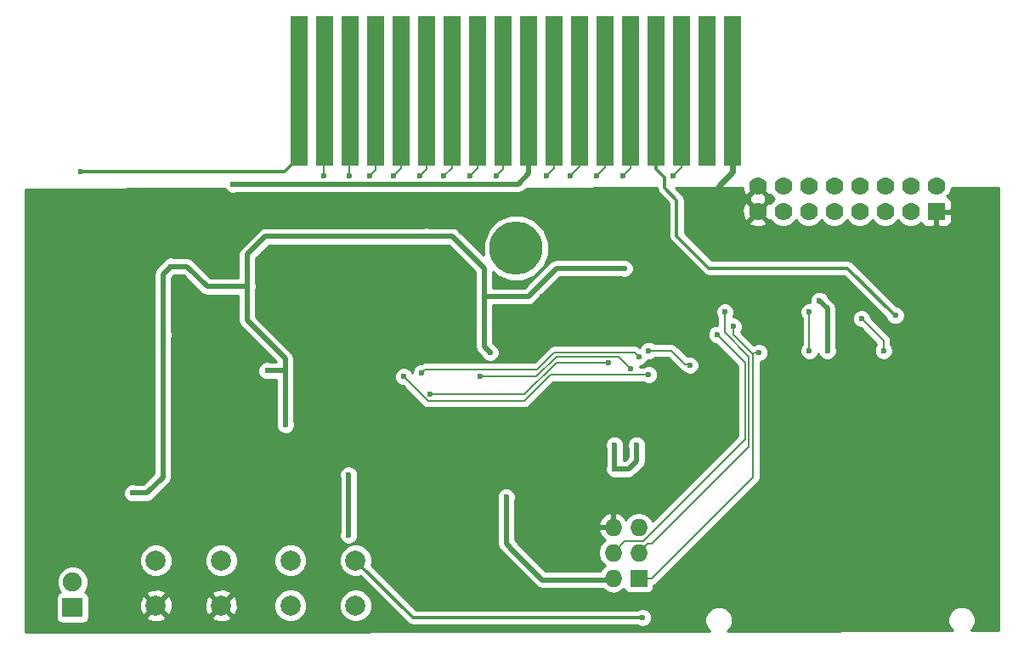
<source format=gbl>
G04 #@! TF.FileFunction,Copper,L2,Bot,Signal*
%FSLAX46Y46*%
G04 Gerber Fmt 4.6, Leading zero omitted, Abs format (unit mm)*
G04 Created by KiCad (PCBNEW 4.0.4+dfsg1-stable) date Thu May 11 11:58:33 2017*
%MOMM*%
%LPD*%
G01*
G04 APERTURE LIST*
%ADD10C,0.100000*%
%ADD11R,1.727200X1.727200*%
%ADD12O,1.727200X1.727200*%
%ADD13C,5.300000*%
%ADD14R,1.778000X15.000000*%
%ADD15C,2.000000*%
%ADD16R,2.000000X1.900000*%
%ADD17C,1.900000*%
%ADD18C,1.778000*%
%ADD19R,1.778000X1.778000*%
%ADD20C,0.600000*%
%ADD21C,0.600000*%
%ADD22C,0.500000*%
%ADD23C,0.200000*%
%ADD24C,0.300000*%
%ADD25C,0.254000*%
G04 APERTURE END LIST*
D10*
D11*
X155783000Y-88738000D03*
D12*
X153243000Y-88738000D03*
X155783000Y-86198000D03*
X153243000Y-86198000D03*
X155783000Y-83658000D03*
X153243000Y-83658000D03*
D13*
X143583000Y-55858000D03*
D14*
X165143000Y-40158000D03*
X162603000Y-40158000D03*
X160063000Y-40158000D03*
X157523000Y-40158000D03*
X154983000Y-40158000D03*
X152443000Y-40158000D03*
X149903000Y-40158000D03*
X147363000Y-40158000D03*
X144823000Y-40158000D03*
X142283000Y-40158000D03*
X139743000Y-40158000D03*
X137203000Y-40158000D03*
X134663000Y-40158000D03*
X132123000Y-40158000D03*
X129583000Y-40158000D03*
X127043000Y-40158000D03*
X124503000Y-40158000D03*
X121963000Y-40158000D03*
D15*
X121083000Y-91458000D03*
X121083000Y-86958000D03*
X127583000Y-91458000D03*
X127583000Y-86958000D03*
D16*
X99383000Y-91658000D03*
D17*
X99383000Y-89118000D03*
D18*
X167643000Y-52198000D03*
X170183000Y-52198000D03*
X172723000Y-52198000D03*
X175263000Y-52198000D03*
X177803000Y-52198000D03*
X180343000Y-52198000D03*
X182883000Y-52198000D03*
D19*
X185423000Y-52198000D03*
D18*
X185423000Y-49658000D03*
X182883000Y-49658000D03*
X180343000Y-49658000D03*
X177803000Y-49658000D03*
X175263000Y-49658000D03*
X172723000Y-49658000D03*
X170183000Y-49658000D03*
X167643000Y-49658000D03*
D15*
X114183000Y-86958000D03*
X114183000Y-91458000D03*
X107683000Y-86958000D03*
X107683000Y-91458000D03*
D20*
X170383000Y-66258000D03*
X176783000Y-66258000D03*
X121983000Y-51458000D03*
X103583000Y-62858000D03*
X101383000Y-80258000D03*
X146183000Y-60658000D03*
X139233000Y-54308000D03*
X150583000Y-73858000D03*
X158583000Y-73858000D03*
X134783000Y-66858000D03*
X145783000Y-66258000D03*
X153583000Y-72458000D03*
X155183000Y-72458000D03*
X158383000Y-56058000D03*
X135983000Y-72058000D03*
X136583000Y-76058000D03*
X135383000Y-76058000D03*
X134183000Y-76058000D03*
X132983000Y-76058000D03*
X134983000Y-72058000D03*
X133983000Y-72058000D03*
X132983000Y-72058000D03*
X131983000Y-72058000D03*
X125583000Y-56258000D03*
X127183000Y-61858000D03*
X127383000Y-60658000D03*
X124583000Y-62658000D03*
X124583000Y-61258000D03*
X134983000Y-60458000D03*
X135783000Y-61258000D03*
X118983000Y-73458000D03*
X129583000Y-72058000D03*
X124583000Y-68658000D03*
X106983000Y-83058000D03*
X106183000Y-76458000D03*
X105183000Y-64658000D03*
X128383000Y-78458000D03*
X118383000Y-56458000D03*
X154383000Y-60258000D03*
X143983000Y-83858000D03*
X115783000Y-66858000D03*
X106183000Y-56058000D03*
X112183000Y-54058000D03*
X112183000Y-51258000D03*
X115383000Y-49458000D03*
X108383000Y-64458000D03*
X105383000Y-80258000D03*
X173783000Y-61058000D03*
X174583000Y-66058000D03*
X126883000Y-84458000D03*
X126883000Y-78458000D03*
X109158736Y-57658000D03*
X118783000Y-68058000D03*
X142583000Y-80658000D03*
X153383000Y-77858000D03*
X154383000Y-57858000D03*
X155583000Y-75458000D03*
X153383000Y-75458000D03*
X140983000Y-66258000D03*
X140383000Y-60658000D03*
X134583000Y-54658000D03*
X120583000Y-73458000D03*
X116783000Y-59658000D03*
X124383000Y-48658000D03*
X126983000Y-48658000D03*
X128983000Y-48658000D03*
X131383000Y-48658000D03*
X133983000Y-48658000D03*
X136383000Y-48658000D03*
X138983000Y-48658000D03*
X141583000Y-48658000D03*
X146583000Y-48658000D03*
X148983000Y-48658000D03*
X151583000Y-48658000D03*
X159183000Y-48658000D03*
X167783000Y-66258000D03*
X165183000Y-63658000D03*
X172783000Y-62208000D03*
X172783000Y-66058000D03*
X164383000Y-62208000D03*
X180183000Y-66058000D03*
X177983000Y-62858000D03*
X163583000Y-64458000D03*
X155807272Y-66657990D03*
X134183000Y-68258000D03*
X132383000Y-68658000D03*
X156783000Y-68458000D03*
X160883000Y-67508000D03*
X156783000Y-66058000D03*
X154183000Y-48658000D03*
X152770448Y-67246905D03*
X135007267Y-70433723D03*
X139983000Y-68658000D03*
X154983000Y-67858000D03*
X181353000Y-62548000D03*
X156183000Y-92658000D03*
X100183000Y-48258000D03*
D21*
X163783000Y-49618000D02*
X163783000Y-52258000D01*
X165143000Y-40158000D02*
X165143000Y-48258000D01*
X165143000Y-48258000D02*
X163783000Y-49618000D01*
D22*
X144823000Y-48418000D02*
X143783000Y-49458000D01*
X143783000Y-49458000D02*
X115383000Y-49458000D01*
X144823000Y-40158000D02*
X144823000Y-48418000D01*
X108383000Y-64458000D02*
X108383000Y-58433736D01*
X108383000Y-58433736D02*
X109158736Y-57658000D01*
X108383000Y-64458000D02*
X108383000Y-78658000D01*
X108383000Y-78658000D02*
X106783000Y-80258000D01*
X106783000Y-80258000D02*
X105383000Y-80258000D01*
X174583000Y-66058000D02*
X174583000Y-61858000D01*
X174583000Y-61858000D02*
X173783000Y-61058000D01*
X126883000Y-78458000D02*
X126883000Y-84458000D01*
X110783000Y-57658000D02*
X109158736Y-57658000D01*
X112783000Y-59658000D02*
X110783000Y-57658000D01*
X120583000Y-66858000D02*
X120583000Y-68058000D01*
X120583000Y-68058000D02*
X120583000Y-73458000D01*
X118783000Y-68058000D02*
X120583000Y-68058000D01*
X134583000Y-54658000D02*
X137183000Y-54658000D01*
X137183000Y-54658000D02*
X140383000Y-57858000D01*
X140383000Y-57858000D02*
X140383000Y-60658000D01*
X144783000Y-60658000D02*
X147583000Y-57858000D01*
X147583000Y-57858000D02*
X154383000Y-57858000D01*
X140383000Y-60658000D02*
X144783000Y-60658000D01*
X142983000Y-85658000D02*
X142583000Y-85258000D01*
X142583000Y-85258000D02*
X142583000Y-80658000D01*
X142983000Y-85718000D02*
X142983000Y-85658000D01*
X146183000Y-88918000D02*
X153063000Y-88918000D01*
X153063000Y-88918000D02*
X153243000Y-88738000D01*
X142983000Y-85718000D02*
X146183000Y-88918000D01*
X153383000Y-77858000D02*
X154783000Y-77858000D01*
X153383000Y-75458000D02*
X153383000Y-77858000D01*
X154783000Y-77858000D02*
X155583000Y-77058000D01*
X155583000Y-77058000D02*
X155583000Y-75458000D01*
X140383000Y-60658000D02*
X140383000Y-65658000D01*
X140383000Y-65658000D02*
X140983000Y-66258000D01*
X118583000Y-54658000D02*
X134583000Y-54658000D01*
X116783000Y-56458000D02*
X118583000Y-54658000D01*
X116783000Y-59658000D02*
X116783000Y-56458000D01*
X116783000Y-63058000D02*
X120583000Y-66858000D01*
X116783000Y-59658000D02*
X116783000Y-63058000D01*
X112783000Y-59658000D02*
X116783000Y-59658000D01*
D23*
X124383000Y-48658000D02*
X124383000Y-40278000D01*
X124383000Y-40278000D02*
X124503000Y-40158000D01*
X126983000Y-48658000D02*
X126983000Y-40218000D01*
X126983000Y-40218000D02*
X127043000Y-40158000D01*
X129583000Y-48058000D02*
X129583000Y-40158000D01*
X128983000Y-48658000D02*
X129583000Y-48058000D01*
X131383000Y-48658000D02*
X132123000Y-47918000D01*
X132123000Y-47918000D02*
X132123000Y-40158000D01*
X133983000Y-48658000D02*
X134663000Y-47978000D01*
X134663000Y-47978000D02*
X134663000Y-40158000D01*
X136383000Y-48658000D02*
X137203000Y-47838000D01*
X137203000Y-47838000D02*
X137203000Y-40158000D01*
X138983000Y-48658000D02*
X139743000Y-47898000D01*
X139743000Y-47898000D02*
X139743000Y-40158000D01*
X141583000Y-48658000D02*
X142283000Y-47958000D01*
X142283000Y-47958000D02*
X142283000Y-40158000D01*
X146583000Y-48658000D02*
X147363000Y-47878000D01*
X147363000Y-47878000D02*
X147363000Y-40158000D01*
X147383000Y-40178000D02*
X147363000Y-40158000D01*
X148983000Y-48658000D02*
X149903000Y-47738000D01*
X149903000Y-47738000D02*
X149903000Y-40158000D01*
X151583000Y-48658000D02*
X152443000Y-47798000D01*
X152443000Y-47798000D02*
X152443000Y-40158000D01*
X159183000Y-48658000D02*
X160063000Y-47778000D01*
X160063000Y-47778000D02*
X160063000Y-40158000D01*
X167783000Y-66258000D02*
X167358736Y-66258000D01*
X167358736Y-66258000D02*
X167183000Y-66433736D01*
X167183000Y-66433736D02*
X167183000Y-66458000D01*
X167183000Y-66458000D02*
X167183000Y-78658000D01*
X167183000Y-78658000D02*
X157103000Y-88738000D01*
X165183000Y-64458000D02*
X167183000Y-66458000D01*
X165183000Y-63658000D02*
X165183000Y-64458000D01*
X157103000Y-88738000D02*
X155783000Y-88738000D01*
X155783000Y-88738000D02*
X155783000Y-88485829D01*
X172783000Y-66058000D02*
X172783000Y-62208000D01*
X164383000Y-62208000D02*
X164383000Y-64258000D01*
X164383000Y-64258000D02*
X166783000Y-66658000D01*
X166783000Y-66658000D02*
X166783000Y-75658000D01*
X157106599Y-85334401D02*
X156646599Y-85334401D01*
X166783000Y-75658000D02*
X157106599Y-85334401D01*
X156646599Y-85334401D02*
X155783000Y-86198000D01*
X177983000Y-62858000D02*
X180183000Y-65058000D01*
X180183000Y-65058000D02*
X180183000Y-66058000D01*
X163583000Y-64458000D02*
X166383000Y-67258000D01*
X166383000Y-67258000D02*
X166383000Y-74858000D01*
X166383000Y-74858000D02*
X156206600Y-85034400D01*
X156206600Y-85034400D02*
X154406600Y-85034400D01*
X154406600Y-85034400D02*
X153243000Y-86198000D01*
X155396175Y-66246893D02*
X155807272Y-66657990D01*
X134183000Y-68258000D02*
X134482999Y-67958001D01*
X145682976Y-67958001D02*
X147394084Y-66246893D01*
X147394084Y-66246893D02*
X155396175Y-66246893D01*
X134482999Y-67958001D02*
X145682976Y-67958001D01*
X146983000Y-68458000D02*
X156783000Y-68458000D01*
X132383000Y-68658000D02*
X134783000Y-71058000D01*
X134783000Y-71058000D02*
X144383000Y-71058000D01*
X144383000Y-71058000D02*
X146983000Y-68458000D01*
X160378898Y-67413558D02*
X160788558Y-67413558D01*
X160788558Y-67413558D02*
X160883000Y-67508000D01*
X159023340Y-66058000D02*
X160378898Y-67413558D01*
X156783000Y-66058000D02*
X159023340Y-66058000D01*
X154183000Y-48658000D02*
X154983000Y-47858000D01*
X154983000Y-47858000D02*
X154983000Y-40158000D01*
X135007267Y-70433723D02*
X144407267Y-70433723D01*
X147594085Y-67246905D02*
X152770448Y-67246905D01*
X144407267Y-70433723D02*
X147594085Y-67246905D01*
X147594084Y-66646916D02*
X145583000Y-68658000D01*
X145583000Y-68658000D02*
X139983000Y-68658000D01*
X147594084Y-66646904D02*
X147594084Y-66646916D01*
X153771904Y-66646904D02*
X154983000Y-67858000D01*
X147594084Y-66646904D02*
X153771904Y-66646904D01*
D24*
X176573000Y-57838000D02*
X181283000Y-62548000D01*
X181283000Y-62548000D02*
X181353000Y-62548000D01*
X162793000Y-57838000D02*
X176573000Y-57838000D01*
X159583000Y-54628000D02*
X162793000Y-57838000D01*
X159583000Y-51058000D02*
X159583000Y-54628000D01*
X157523000Y-40158000D02*
X157523000Y-47958000D01*
X157523000Y-47958000D02*
X158383000Y-48818000D01*
X158383000Y-48818000D02*
X158383000Y-49858000D01*
X158383000Y-49858000D02*
X159583000Y-51058000D01*
X156183000Y-92658000D02*
X133283000Y-92658000D01*
X133283000Y-92658000D02*
X127583000Y-86958000D01*
X157523000Y-46769000D02*
X157983000Y-47229000D01*
X120474000Y-48258000D02*
X100183000Y-48258000D01*
X121963000Y-40158000D02*
X121963000Y-46769000D01*
X121963000Y-46769000D02*
X120474000Y-48258000D01*
D25*
G36*
X191656000Y-93931261D02*
X188893059Y-93936946D01*
X189135060Y-93695367D01*
X189346251Y-93186762D01*
X189346732Y-92636054D01*
X189136429Y-92127081D01*
X188747359Y-91737332D01*
X188238754Y-91526141D01*
X187688046Y-91525660D01*
X187179073Y-91735963D01*
X186789324Y-92125033D01*
X186578133Y-92633638D01*
X186577652Y-93184346D01*
X186787955Y-93693319D01*
X187034974Y-93940769D01*
X164647043Y-93986835D01*
X164939020Y-93695367D01*
X165150211Y-93186762D01*
X165150692Y-92636054D01*
X164940389Y-92127081D01*
X164551319Y-91737332D01*
X164042714Y-91526141D01*
X163492006Y-91525660D01*
X162983033Y-91735963D01*
X162593284Y-92125033D01*
X162382093Y-92633638D01*
X162381612Y-93184346D01*
X162591915Y-93693319D01*
X162888532Y-93990453D01*
X94710000Y-94130738D01*
X94710000Y-90708000D01*
X97735560Y-90708000D01*
X97735560Y-92608000D01*
X97779838Y-92843317D01*
X97918910Y-93059441D01*
X98131110Y-93204431D01*
X98383000Y-93255440D01*
X100383000Y-93255440D01*
X100618317Y-93211162D01*
X100834441Y-93072090D01*
X100979431Y-92859890D01*
X101029927Y-92610532D01*
X106710073Y-92610532D01*
X106808736Y-92877387D01*
X107418461Y-93103908D01*
X108068460Y-93079856D01*
X108557264Y-92877387D01*
X108655927Y-92610532D01*
X113210073Y-92610532D01*
X113308736Y-92877387D01*
X113918461Y-93103908D01*
X114568460Y-93079856D01*
X115057264Y-92877387D01*
X115155927Y-92610532D01*
X114183000Y-91637605D01*
X113210073Y-92610532D01*
X108655927Y-92610532D01*
X107683000Y-91637605D01*
X106710073Y-92610532D01*
X101029927Y-92610532D01*
X101030440Y-92608000D01*
X101030440Y-91193461D01*
X106037092Y-91193461D01*
X106061144Y-91843460D01*
X106263613Y-92332264D01*
X106530468Y-92430927D01*
X107503395Y-91458000D01*
X107862605Y-91458000D01*
X108835532Y-92430927D01*
X109102387Y-92332264D01*
X109328908Y-91722539D01*
X109309331Y-91193461D01*
X112537092Y-91193461D01*
X112561144Y-91843460D01*
X112763613Y-92332264D01*
X113030468Y-92430927D01*
X114003395Y-91458000D01*
X114362605Y-91458000D01*
X115335532Y-92430927D01*
X115602387Y-92332264D01*
X115806893Y-91781795D01*
X119447716Y-91781795D01*
X119696106Y-92382943D01*
X120155637Y-92843278D01*
X120756352Y-93092716D01*
X121406795Y-93093284D01*
X122007943Y-92844894D01*
X122468278Y-92385363D01*
X122717716Y-91784648D01*
X122717718Y-91781795D01*
X125947716Y-91781795D01*
X126196106Y-92382943D01*
X126655637Y-92843278D01*
X127256352Y-93092716D01*
X127906795Y-93093284D01*
X128507943Y-92844894D01*
X128968278Y-92385363D01*
X129217716Y-91784648D01*
X129218284Y-91134205D01*
X128969894Y-90533057D01*
X128510363Y-90072722D01*
X127909648Y-89823284D01*
X127259205Y-89822716D01*
X126658057Y-90071106D01*
X126197722Y-90530637D01*
X125948284Y-91131352D01*
X125947716Y-91781795D01*
X122717718Y-91781795D01*
X122718284Y-91134205D01*
X122469894Y-90533057D01*
X122010363Y-90072722D01*
X121409648Y-89823284D01*
X120759205Y-89822716D01*
X120158057Y-90071106D01*
X119697722Y-90530637D01*
X119448284Y-91131352D01*
X119447716Y-91781795D01*
X115806893Y-91781795D01*
X115828908Y-91722539D01*
X115804856Y-91072540D01*
X115602387Y-90583736D01*
X115335532Y-90485073D01*
X114362605Y-91458000D01*
X114003395Y-91458000D01*
X113030468Y-90485073D01*
X112763613Y-90583736D01*
X112537092Y-91193461D01*
X109309331Y-91193461D01*
X109304856Y-91072540D01*
X109102387Y-90583736D01*
X108835532Y-90485073D01*
X107862605Y-91458000D01*
X107503395Y-91458000D01*
X106530468Y-90485073D01*
X106263613Y-90583736D01*
X106037092Y-91193461D01*
X101030440Y-91193461D01*
X101030440Y-90708000D01*
X100986162Y-90472683D01*
X100878563Y-90305468D01*
X106710073Y-90305468D01*
X107683000Y-91278395D01*
X108655927Y-90305468D01*
X113210073Y-90305468D01*
X114183000Y-91278395D01*
X115155927Y-90305468D01*
X115057264Y-90038613D01*
X114447539Y-89812092D01*
X113797540Y-89836144D01*
X113308736Y-90038613D01*
X113210073Y-90305468D01*
X108655927Y-90305468D01*
X108557264Y-90038613D01*
X107947539Y-89812092D01*
X107297540Y-89836144D01*
X106808736Y-90038613D01*
X106710073Y-90305468D01*
X100878563Y-90305468D01*
X100847090Y-90256559D01*
X100634890Y-90111569D01*
X100631808Y-90110945D01*
X100725914Y-90017003D01*
X100967724Y-89434659D01*
X100968275Y-88804107D01*
X100727481Y-88221343D01*
X100282003Y-87775086D01*
X99699659Y-87533276D01*
X99069107Y-87532725D01*
X98486343Y-87773519D01*
X98040086Y-88218997D01*
X97798276Y-88801341D01*
X97797725Y-89431893D01*
X98038519Y-90014657D01*
X98136029Y-90112337D01*
X97931559Y-90243910D01*
X97786569Y-90456110D01*
X97735560Y-90708000D01*
X94710000Y-90708000D01*
X94710000Y-87281795D01*
X106047716Y-87281795D01*
X106296106Y-87882943D01*
X106755637Y-88343278D01*
X107356352Y-88592716D01*
X108006795Y-88593284D01*
X108607943Y-88344894D01*
X109068278Y-87885363D01*
X109317716Y-87284648D01*
X109317718Y-87281795D01*
X112547716Y-87281795D01*
X112796106Y-87882943D01*
X113255637Y-88343278D01*
X113856352Y-88592716D01*
X114506795Y-88593284D01*
X115107943Y-88344894D01*
X115568278Y-87885363D01*
X115817716Y-87284648D01*
X115817718Y-87281795D01*
X119447716Y-87281795D01*
X119696106Y-87882943D01*
X120155637Y-88343278D01*
X120756352Y-88592716D01*
X121406795Y-88593284D01*
X122007943Y-88344894D01*
X122468278Y-87885363D01*
X122717716Y-87284648D01*
X122717718Y-87281795D01*
X125947716Y-87281795D01*
X126196106Y-87882943D01*
X126655637Y-88343278D01*
X127256352Y-88592716D01*
X127906795Y-88593284D01*
X128049260Y-88534418D01*
X132727921Y-93213079D01*
X132982593Y-93383245D01*
X133283000Y-93443000D01*
X155645494Y-93443000D01*
X155652673Y-93450192D01*
X155996201Y-93592838D01*
X156368167Y-93593162D01*
X156711943Y-93451117D01*
X156975192Y-93188327D01*
X157117838Y-92844799D01*
X157118162Y-92472833D01*
X156976117Y-92129057D01*
X156713327Y-91865808D01*
X156369799Y-91723162D01*
X155997833Y-91722838D01*
X155654057Y-91864883D01*
X155645926Y-91873000D01*
X133608158Y-91873000D01*
X129159648Y-87424490D01*
X129217716Y-87284648D01*
X129218284Y-86634205D01*
X128969894Y-86033057D01*
X128510363Y-85572722D01*
X127909648Y-85323284D01*
X127259205Y-85322716D01*
X126658057Y-85571106D01*
X126197722Y-86030637D01*
X125948284Y-86631352D01*
X125947716Y-87281795D01*
X122717718Y-87281795D01*
X122718284Y-86634205D01*
X122469894Y-86033057D01*
X122010363Y-85572722D01*
X121409648Y-85323284D01*
X120759205Y-85322716D01*
X120158057Y-85571106D01*
X119697722Y-86030637D01*
X119448284Y-86631352D01*
X119447716Y-87281795D01*
X115817718Y-87281795D01*
X115818284Y-86634205D01*
X115569894Y-86033057D01*
X115110363Y-85572722D01*
X114509648Y-85323284D01*
X113859205Y-85322716D01*
X113258057Y-85571106D01*
X112797722Y-86030637D01*
X112548284Y-86631352D01*
X112547716Y-87281795D01*
X109317718Y-87281795D01*
X109318284Y-86634205D01*
X109069894Y-86033057D01*
X108610363Y-85572722D01*
X108009648Y-85323284D01*
X107359205Y-85322716D01*
X106758057Y-85571106D01*
X106297722Y-86030637D01*
X106048284Y-86631352D01*
X106047716Y-87281795D01*
X94710000Y-87281795D01*
X94710000Y-80443167D01*
X104447838Y-80443167D01*
X104589883Y-80786943D01*
X104852673Y-81050192D01*
X105196201Y-81192838D01*
X105568167Y-81193162D01*
X105689569Y-81143000D01*
X106782995Y-81143000D01*
X106783000Y-81143001D01*
X107065484Y-81086810D01*
X107121675Y-81075633D01*
X107408790Y-80883790D01*
X109008787Y-79283792D01*
X109008790Y-79283790D01*
X109200633Y-78996675D01*
X109212051Y-78939272D01*
X109268001Y-78658000D01*
X109268000Y-78657995D01*
X109268000Y-78643167D01*
X125947838Y-78643167D01*
X125998000Y-78764569D01*
X125998000Y-84151178D01*
X125948162Y-84271201D01*
X125947838Y-84643167D01*
X126089883Y-84986943D01*
X126352673Y-85250192D01*
X126696201Y-85392838D01*
X127068167Y-85393162D01*
X127411943Y-85251117D01*
X127675192Y-84988327D01*
X127817838Y-84644799D01*
X127818162Y-84272833D01*
X127768000Y-84151431D01*
X127768000Y-80843167D01*
X141647838Y-80843167D01*
X141698000Y-80964569D01*
X141698000Y-85257995D01*
X141697999Y-85258000D01*
X141754190Y-85540484D01*
X141765367Y-85596675D01*
X141937388Y-85854124D01*
X141957210Y-85883790D01*
X142236391Y-86162970D01*
X142259797Y-86198000D01*
X142357210Y-86343790D01*
X145557208Y-89543787D01*
X145557210Y-89543790D01*
X145844325Y-89735633D01*
X146183000Y-89803000D01*
X152167274Y-89803000D01*
X152183330Y-89827029D01*
X152669511Y-90151885D01*
X153243000Y-90265959D01*
X153816489Y-90151885D01*
X154302670Y-89827029D01*
X154311805Y-89813358D01*
X154316238Y-89836917D01*
X154455310Y-90053041D01*
X154667510Y-90198031D01*
X154919400Y-90249040D01*
X156646600Y-90249040D01*
X156881917Y-90204762D01*
X157098041Y-90065690D01*
X157243031Y-89853490D01*
X157294040Y-89601600D01*
X157294040Y-89434999D01*
X157384272Y-89417051D01*
X157622723Y-89257723D01*
X167702724Y-79177723D01*
X167862051Y-78939272D01*
X167918000Y-78658000D01*
X167918000Y-67193118D01*
X167968167Y-67193162D01*
X168311943Y-67051117D01*
X168575192Y-66788327D01*
X168717838Y-66444799D01*
X168718162Y-66072833D01*
X168576117Y-65729057D01*
X168313327Y-65465808D01*
X167969799Y-65323162D01*
X167597833Y-65322838D01*
X167254057Y-65464883D01*
X167241683Y-65477236D01*
X165963973Y-64199527D01*
X165975192Y-64188327D01*
X166117838Y-63844799D01*
X166118162Y-63472833D01*
X165976117Y-63129057D01*
X165713327Y-62865808D01*
X165369799Y-62723162D01*
X165181557Y-62722998D01*
X165317838Y-62394799D01*
X165317839Y-62393167D01*
X171847838Y-62393167D01*
X171989883Y-62736943D01*
X172048000Y-62795162D01*
X172048000Y-65470581D01*
X171990808Y-65527673D01*
X171848162Y-65871201D01*
X171847838Y-66243167D01*
X171989883Y-66586943D01*
X172252673Y-66850192D01*
X172596201Y-66992838D01*
X172968167Y-66993162D01*
X173311943Y-66851117D01*
X173575192Y-66588327D01*
X173683089Y-66328482D01*
X173789883Y-66586943D01*
X174052673Y-66850192D01*
X174396201Y-66992838D01*
X174768167Y-66993162D01*
X175111943Y-66851117D01*
X175375192Y-66588327D01*
X175517838Y-66244799D01*
X175518162Y-65872833D01*
X175468000Y-65751431D01*
X175468000Y-63043167D01*
X177047838Y-63043167D01*
X177189883Y-63386943D01*
X177452673Y-63650192D01*
X177796201Y-63792838D01*
X177878463Y-63792910D01*
X179448000Y-65362447D01*
X179448000Y-65470581D01*
X179390808Y-65527673D01*
X179248162Y-65871201D01*
X179247838Y-66243167D01*
X179389883Y-66586943D01*
X179652673Y-66850192D01*
X179996201Y-66992838D01*
X180368167Y-66993162D01*
X180711943Y-66851117D01*
X180975192Y-66588327D01*
X181117838Y-66244799D01*
X181118162Y-65872833D01*
X180976117Y-65529057D01*
X180918000Y-65470838D01*
X180918000Y-65058000D01*
X180862051Y-64776728D01*
X180773899Y-64644799D01*
X180702724Y-64538277D01*
X178918092Y-62753645D01*
X178918162Y-62672833D01*
X178776117Y-62329057D01*
X178513327Y-62065808D01*
X178169799Y-61923162D01*
X177797833Y-61922838D01*
X177454057Y-62064883D01*
X177190808Y-62327673D01*
X177048162Y-62671201D01*
X177047838Y-63043167D01*
X175468000Y-63043167D01*
X175468000Y-61858005D01*
X175468001Y-61858000D01*
X175400633Y-61519326D01*
X175400633Y-61519325D01*
X175208790Y-61232210D01*
X175208787Y-61232208D01*
X174625744Y-60649165D01*
X174576117Y-60529057D01*
X174313327Y-60265808D01*
X173969799Y-60123162D01*
X173597833Y-60122838D01*
X173254057Y-60264883D01*
X172990808Y-60527673D01*
X172848162Y-60871201D01*
X172847838Y-61243167D01*
X172860192Y-61273067D01*
X172597833Y-61272838D01*
X172254057Y-61414883D01*
X171990808Y-61677673D01*
X171848162Y-62021201D01*
X171847838Y-62393167D01*
X165317839Y-62393167D01*
X165318162Y-62022833D01*
X165176117Y-61679057D01*
X164913327Y-61415808D01*
X164569799Y-61273162D01*
X164197833Y-61272838D01*
X163854057Y-61414883D01*
X163590808Y-61677673D01*
X163448162Y-62021201D01*
X163447838Y-62393167D01*
X163589883Y-62736943D01*
X163648000Y-62795162D01*
X163648000Y-63523056D01*
X163397833Y-63522838D01*
X163054057Y-63664883D01*
X162790808Y-63927673D01*
X162648162Y-64271201D01*
X162647838Y-64643167D01*
X162789883Y-64986943D01*
X163052673Y-65250192D01*
X163396201Y-65392838D01*
X163478464Y-65392910D01*
X165648000Y-67562447D01*
X165648000Y-74553553D01*
X157159065Y-83042489D01*
X156842670Y-82568971D01*
X156356489Y-82244115D01*
X155783000Y-82130041D01*
X155209511Y-82244115D01*
X154723330Y-82568971D01*
X154507336Y-82892228D01*
X154449821Y-82769510D01*
X154017947Y-82375312D01*
X153602026Y-82203042D01*
X153370000Y-82324183D01*
X153370000Y-83531000D01*
X153390000Y-83531000D01*
X153390000Y-83785000D01*
X153370000Y-83785000D01*
X153370000Y-83805000D01*
X153116000Y-83805000D01*
X153116000Y-83785000D01*
X151908531Y-83785000D01*
X151788032Y-84017027D01*
X152036179Y-84546490D01*
X152454161Y-84928008D01*
X152183330Y-85108971D01*
X151858474Y-85595152D01*
X151744400Y-86168641D01*
X151744400Y-86227359D01*
X151858474Y-86800848D01*
X152183330Y-87287029D01*
X152454172Y-87468000D01*
X152183330Y-87648971D01*
X151926730Y-88033000D01*
X146549579Y-88033000D01*
X143729608Y-85213028D01*
X143608790Y-85032210D01*
X143608787Y-85032208D01*
X143468000Y-84891421D01*
X143468000Y-83298973D01*
X151788032Y-83298973D01*
X151908531Y-83531000D01*
X153116000Y-83531000D01*
X153116000Y-82324183D01*
X152883974Y-82203042D01*
X152468053Y-82375312D01*
X152036179Y-82769510D01*
X151788032Y-83298973D01*
X143468000Y-83298973D01*
X143468000Y-80964822D01*
X143517838Y-80844799D01*
X143518162Y-80472833D01*
X143376117Y-80129057D01*
X143113327Y-79865808D01*
X142769799Y-79723162D01*
X142397833Y-79722838D01*
X142054057Y-79864883D01*
X141790808Y-80127673D01*
X141648162Y-80471201D01*
X141647838Y-80843167D01*
X127768000Y-80843167D01*
X127768000Y-78764822D01*
X127817838Y-78644799D01*
X127818162Y-78272833D01*
X127676117Y-77929057D01*
X127413327Y-77665808D01*
X127069799Y-77523162D01*
X126697833Y-77522838D01*
X126354057Y-77664883D01*
X126090808Y-77927673D01*
X125948162Y-78271201D01*
X125947838Y-78643167D01*
X109268000Y-78643167D01*
X109268000Y-75643167D01*
X152447838Y-75643167D01*
X152498000Y-75764569D01*
X152498000Y-77551178D01*
X152448162Y-77671201D01*
X152447838Y-78043167D01*
X152589883Y-78386943D01*
X152852673Y-78650192D01*
X153196201Y-78792838D01*
X153568167Y-78793162D01*
X153689569Y-78743000D01*
X154782995Y-78743000D01*
X154783000Y-78743001D01*
X155065484Y-78686810D01*
X155121675Y-78675633D01*
X155408790Y-78483790D01*
X156208787Y-77683792D01*
X156208790Y-77683790D01*
X156400633Y-77396675D01*
X156414358Y-77327673D01*
X156468001Y-77058000D01*
X156468000Y-77057995D01*
X156468000Y-75764822D01*
X156517838Y-75644799D01*
X156518162Y-75272833D01*
X156376117Y-74929057D01*
X156113327Y-74665808D01*
X155769799Y-74523162D01*
X155397833Y-74522838D01*
X155054057Y-74664883D01*
X154790808Y-74927673D01*
X154648162Y-75271201D01*
X154647838Y-75643167D01*
X154698000Y-75764569D01*
X154698000Y-76691421D01*
X154416420Y-76973000D01*
X154268000Y-76973000D01*
X154268000Y-75764822D01*
X154317838Y-75644799D01*
X154318162Y-75272833D01*
X154176117Y-74929057D01*
X153913327Y-74665808D01*
X153569799Y-74523162D01*
X153197833Y-74522838D01*
X152854057Y-74664883D01*
X152590808Y-74927673D01*
X152448162Y-75271201D01*
X152447838Y-75643167D01*
X109268000Y-75643167D01*
X109268000Y-64764822D01*
X109317838Y-64644799D01*
X109318162Y-64272833D01*
X109268000Y-64151431D01*
X109268000Y-58800316D01*
X109525315Y-58543000D01*
X110416420Y-58543000D01*
X112157208Y-60283787D01*
X112157210Y-60283790D01*
X112444325Y-60475633D01*
X112783000Y-60543001D01*
X112783005Y-60543000D01*
X115898000Y-60543000D01*
X115898000Y-63057995D01*
X115897999Y-63058000D01*
X115940815Y-63273245D01*
X115965367Y-63396675D01*
X116083183Y-63573000D01*
X116157210Y-63683790D01*
X119646421Y-67173000D01*
X119089822Y-67173000D01*
X118969799Y-67123162D01*
X118597833Y-67122838D01*
X118254057Y-67264883D01*
X117990808Y-67527673D01*
X117848162Y-67871201D01*
X117847838Y-68243167D01*
X117989883Y-68586943D01*
X118252673Y-68850192D01*
X118596201Y-68992838D01*
X118968167Y-68993162D01*
X119089569Y-68943000D01*
X119698000Y-68943000D01*
X119698000Y-73151178D01*
X119648162Y-73271201D01*
X119647838Y-73643167D01*
X119789883Y-73986943D01*
X120052673Y-74250192D01*
X120396201Y-74392838D01*
X120768167Y-74393162D01*
X121111943Y-74251117D01*
X121375192Y-73988327D01*
X121517838Y-73644799D01*
X121518162Y-73272833D01*
X121468000Y-73151431D01*
X121468000Y-68843167D01*
X131447838Y-68843167D01*
X131589883Y-69186943D01*
X131852673Y-69450192D01*
X132196201Y-69592838D01*
X132278463Y-69592910D01*
X134263277Y-71577724D01*
X134501728Y-71737051D01*
X134783000Y-71793000D01*
X144383000Y-71793000D01*
X144664272Y-71737051D01*
X144902723Y-71577723D01*
X147287447Y-69193000D01*
X156195581Y-69193000D01*
X156252673Y-69250192D01*
X156596201Y-69392838D01*
X156968167Y-69393162D01*
X157311943Y-69251117D01*
X157575192Y-68988327D01*
X157717838Y-68644799D01*
X157718162Y-68272833D01*
X157576117Y-67929057D01*
X157313327Y-67665808D01*
X156969799Y-67523162D01*
X156597833Y-67522838D01*
X156254057Y-67664883D01*
X156195838Y-67723000D01*
X155918118Y-67723000D01*
X155918162Y-67672833D01*
X155885200Y-67593059D01*
X155992439Y-67593152D01*
X156336215Y-67451107D01*
X156599464Y-67188317D01*
X156680604Y-66992912D01*
X156968167Y-66993162D01*
X157311943Y-66851117D01*
X157370162Y-66793000D01*
X158718894Y-66793000D01*
X159859175Y-67933282D01*
X160068029Y-68072833D01*
X160097626Y-68092609D01*
X160157302Y-68104479D01*
X160352673Y-68300192D01*
X160696201Y-68442838D01*
X161068167Y-68443162D01*
X161411943Y-68301117D01*
X161675192Y-68038327D01*
X161817838Y-67694799D01*
X161818162Y-67322833D01*
X161676117Y-66979057D01*
X161413327Y-66715808D01*
X161069799Y-66573162D01*
X160697833Y-66572838D01*
X160612771Y-66607985D01*
X159543063Y-65538277D01*
X159304612Y-65378949D01*
X159023340Y-65323000D01*
X157370419Y-65323000D01*
X157313327Y-65265808D01*
X156969799Y-65123162D01*
X156597833Y-65122838D01*
X156254057Y-65264883D01*
X155990808Y-65527673D01*
X155909691Y-65723023D01*
X155677447Y-65567842D01*
X155396175Y-65511893D01*
X147394084Y-65511893D01*
X147112812Y-65567842D01*
X146874360Y-65727170D01*
X145378530Y-67223001D01*
X134482999Y-67223001D01*
X134201727Y-67278950D01*
X134135864Y-67322958D01*
X133997833Y-67322838D01*
X133654057Y-67464883D01*
X133390808Y-67727673D01*
X133248162Y-68071201D01*
X133247960Y-68302931D01*
X133176117Y-68129057D01*
X132913327Y-67865808D01*
X132569799Y-67723162D01*
X132197833Y-67722838D01*
X131854057Y-67864883D01*
X131590808Y-68127673D01*
X131448162Y-68471201D01*
X131447838Y-68843167D01*
X121468000Y-68843167D01*
X121468000Y-66858005D01*
X121468001Y-66858000D01*
X121400634Y-66519326D01*
X121305353Y-66376728D01*
X121208790Y-66232210D01*
X121208787Y-66232208D01*
X117668000Y-62691420D01*
X117668000Y-59964822D01*
X117717838Y-59844799D01*
X117718162Y-59472833D01*
X117668000Y-59351431D01*
X117668000Y-56824580D01*
X118949579Y-55543000D01*
X134276178Y-55543000D01*
X134396201Y-55592838D01*
X134768167Y-55593162D01*
X134889569Y-55543000D01*
X136816420Y-55543000D01*
X139498000Y-58224579D01*
X139498000Y-60351178D01*
X139448162Y-60471201D01*
X139447838Y-60843167D01*
X139498000Y-60964569D01*
X139498000Y-65657995D01*
X139497999Y-65658000D01*
X139540733Y-65872833D01*
X139565367Y-65996675D01*
X139685674Y-66176728D01*
X139757210Y-66283790D01*
X140140255Y-66666835D01*
X140189883Y-66786943D01*
X140452673Y-67050192D01*
X140796201Y-67192838D01*
X141168167Y-67193162D01*
X141511943Y-67051117D01*
X141775192Y-66788327D01*
X141917838Y-66444799D01*
X141918162Y-66072833D01*
X141776117Y-65729057D01*
X141513327Y-65465808D01*
X141392013Y-65415434D01*
X141268000Y-65291420D01*
X141268000Y-61543000D01*
X144782995Y-61543000D01*
X144783000Y-61543001D01*
X145065484Y-61486810D01*
X145121675Y-61475633D01*
X145408790Y-61283790D01*
X147949579Y-58743000D01*
X154076178Y-58743000D01*
X154196201Y-58792838D01*
X154568167Y-58793162D01*
X154911943Y-58651117D01*
X155175192Y-58388327D01*
X155317838Y-58044799D01*
X155318162Y-57672833D01*
X155176117Y-57329057D01*
X154913327Y-57065808D01*
X154569799Y-56923162D01*
X154197833Y-56922838D01*
X154076431Y-56973000D01*
X147583005Y-56973000D01*
X147583000Y-56972999D01*
X147300516Y-57029190D01*
X147244325Y-57040367D01*
X146957210Y-57232210D01*
X146957208Y-57232213D01*
X144416420Y-59773000D01*
X141268000Y-59773000D01*
X141268000Y-58188707D01*
X141719767Y-58641264D01*
X142926706Y-59142429D01*
X144233560Y-59143569D01*
X145441372Y-58644511D01*
X146366264Y-57721233D01*
X146867429Y-56514294D01*
X146868569Y-55207440D01*
X146369511Y-53999628D01*
X145446233Y-53074736D01*
X144239294Y-52573571D01*
X142932440Y-52572431D01*
X141724628Y-53071489D01*
X140799736Y-53994767D01*
X140298571Y-55201706D01*
X140297431Y-56508560D01*
X140306086Y-56529507D01*
X137808790Y-54032210D01*
X137752752Y-53994767D01*
X137521675Y-53840367D01*
X137465484Y-53829190D01*
X137183000Y-53772999D01*
X137182995Y-53773000D01*
X134889822Y-53773000D01*
X134769799Y-53723162D01*
X134397833Y-53722838D01*
X134276431Y-53773000D01*
X118583000Y-53773000D01*
X118244325Y-53840367D01*
X117957210Y-54032210D01*
X117957208Y-54032213D01*
X116157210Y-55832210D01*
X115965367Y-56119325D01*
X115965367Y-56119326D01*
X115897999Y-56458000D01*
X115898000Y-56458005D01*
X115898000Y-58773000D01*
X113149579Y-58773000D01*
X111408790Y-57032210D01*
X111159750Y-56865808D01*
X111121675Y-56840367D01*
X111065484Y-56829190D01*
X110783000Y-56772999D01*
X110782995Y-56773000D01*
X109465558Y-56773000D01*
X109345535Y-56723162D01*
X108973569Y-56722838D01*
X108629793Y-56864883D01*
X108366544Y-57127673D01*
X108316170Y-57248987D01*
X107757210Y-57807946D01*
X107565367Y-58095061D01*
X107565367Y-58095062D01*
X107497999Y-58433736D01*
X107498000Y-58433741D01*
X107498000Y-64151178D01*
X107448162Y-64271201D01*
X107447838Y-64643167D01*
X107498000Y-64764569D01*
X107498000Y-78291421D01*
X106416420Y-79373000D01*
X105689822Y-79373000D01*
X105569799Y-79323162D01*
X105197833Y-79322838D01*
X104854057Y-79464883D01*
X104590808Y-79727673D01*
X104448162Y-80071201D01*
X104447838Y-80443167D01*
X94710000Y-80443167D01*
X94710000Y-49985000D01*
X94783262Y-49985000D01*
X114572221Y-49944198D01*
X114589883Y-49986943D01*
X114852673Y-50250192D01*
X115196201Y-50392838D01*
X115568167Y-50393162D01*
X115689569Y-50343000D01*
X143782995Y-50343000D01*
X143783000Y-50343001D01*
X144065484Y-50286810D01*
X144121675Y-50275633D01*
X144408790Y-50083790D01*
X144610316Y-49882264D01*
X157598000Y-49855485D01*
X157598000Y-49858000D01*
X157657755Y-50158407D01*
X157827921Y-50413079D01*
X158798000Y-51383158D01*
X158798000Y-54628000D01*
X158857755Y-54928407D01*
X159027921Y-55183079D01*
X162237919Y-58393076D01*
X162237921Y-58393079D01*
X162462295Y-58543000D01*
X162492594Y-58563245D01*
X162793000Y-58623001D01*
X162793005Y-58623000D01*
X176247842Y-58623000D01*
X180459965Y-62835123D01*
X180559883Y-63076943D01*
X180822673Y-63340192D01*
X181166201Y-63482838D01*
X181538167Y-63483162D01*
X181881943Y-63341117D01*
X182145192Y-63078327D01*
X182287838Y-62734799D01*
X182288162Y-62362833D01*
X182146117Y-62019057D01*
X181883327Y-61755808D01*
X181539799Y-61613162D01*
X181458249Y-61613091D01*
X177128079Y-57282921D01*
X176873407Y-57112755D01*
X176573000Y-57053000D01*
X163118157Y-57053000D01*
X160368000Y-54302842D01*
X160368000Y-53270196D01*
X166750409Y-53270196D01*
X166835467Y-53525539D01*
X167404965Y-53733516D01*
X168010700Y-53707723D01*
X168450533Y-53525539D01*
X168535591Y-53270196D01*
X167643000Y-52377605D01*
X166750409Y-53270196D01*
X160368000Y-53270196D01*
X160368000Y-51959965D01*
X166107484Y-51959965D01*
X166133277Y-52565700D01*
X166315461Y-53005533D01*
X166570804Y-53090591D01*
X167463395Y-52198000D01*
X166570804Y-51305409D01*
X166315461Y-51390467D01*
X166107484Y-51959965D01*
X160368000Y-51959965D01*
X160368000Y-51058000D01*
X160308245Y-50757593D01*
X160289939Y-50730196D01*
X166750409Y-50730196D01*
X166816300Y-50928000D01*
X166750409Y-51125804D01*
X167643000Y-52018395D01*
X168535591Y-51125804D01*
X168469700Y-50928000D01*
X168535591Y-50730196D01*
X167643000Y-49837605D01*
X166750409Y-50730196D01*
X160289939Y-50730196D01*
X160138079Y-50502921D01*
X159486748Y-49851590D01*
X166125280Y-49837903D01*
X166133277Y-50025700D01*
X166315461Y-50465533D01*
X166570804Y-50550591D01*
X167285885Y-49835510D01*
X167998645Y-49834040D01*
X168715196Y-50550591D01*
X168880138Y-50495647D01*
X168890262Y-50520149D01*
X169297737Y-50928336D01*
X168891769Y-51333596D01*
X168880595Y-51360506D01*
X168715196Y-51305409D01*
X167822605Y-52198000D01*
X168715196Y-53090591D01*
X168880138Y-53035647D01*
X168890262Y-53060149D01*
X169318596Y-53489231D01*
X169878528Y-53721735D01*
X170484812Y-53722264D01*
X171045149Y-53490738D01*
X171453336Y-53083263D01*
X171858596Y-53489231D01*
X172418528Y-53721735D01*
X173024812Y-53722264D01*
X173585149Y-53490738D01*
X173993336Y-53083263D01*
X174398596Y-53489231D01*
X174958528Y-53721735D01*
X175564812Y-53722264D01*
X176125149Y-53490738D01*
X176533336Y-53083263D01*
X176938596Y-53489231D01*
X177498528Y-53721735D01*
X178104812Y-53722264D01*
X178665149Y-53490738D01*
X179073336Y-53083263D01*
X179478596Y-53489231D01*
X180038528Y-53721735D01*
X180644812Y-53722264D01*
X181205149Y-53490738D01*
X181613336Y-53083263D01*
X182018596Y-53489231D01*
X182578528Y-53721735D01*
X183184812Y-53722264D01*
X183745149Y-53490738D01*
X183935292Y-53300926D01*
X183995673Y-53446699D01*
X184174302Y-53625327D01*
X184407691Y-53722000D01*
X185137250Y-53722000D01*
X185296000Y-53563250D01*
X185296000Y-52325000D01*
X185550000Y-52325000D01*
X185550000Y-53563250D01*
X185708750Y-53722000D01*
X186438309Y-53722000D01*
X186671698Y-53625327D01*
X186850327Y-53446699D01*
X186947000Y-53213310D01*
X186947000Y-52483750D01*
X186788250Y-52325000D01*
X185550000Y-52325000D01*
X185296000Y-52325000D01*
X185276000Y-52325000D01*
X185276000Y-52071000D01*
X185296000Y-52071000D01*
X185296000Y-52051000D01*
X185550000Y-52051000D01*
X185550000Y-52071000D01*
X186788250Y-52071000D01*
X186947000Y-51912250D01*
X186947000Y-51182690D01*
X186850327Y-50949301D01*
X186671698Y-50770673D01*
X186553326Y-50721642D01*
X186609788Y-50665180D01*
X186495198Y-50550590D01*
X186750539Y-50465533D01*
X186958516Y-49896035D01*
X186954212Y-49794956D01*
X191656000Y-49785262D01*
X191656000Y-93931261D01*
X191656000Y-93931261D01*
G37*
X191656000Y-93931261D02*
X188893059Y-93936946D01*
X189135060Y-93695367D01*
X189346251Y-93186762D01*
X189346732Y-92636054D01*
X189136429Y-92127081D01*
X188747359Y-91737332D01*
X188238754Y-91526141D01*
X187688046Y-91525660D01*
X187179073Y-91735963D01*
X186789324Y-92125033D01*
X186578133Y-92633638D01*
X186577652Y-93184346D01*
X186787955Y-93693319D01*
X187034974Y-93940769D01*
X164647043Y-93986835D01*
X164939020Y-93695367D01*
X165150211Y-93186762D01*
X165150692Y-92636054D01*
X164940389Y-92127081D01*
X164551319Y-91737332D01*
X164042714Y-91526141D01*
X163492006Y-91525660D01*
X162983033Y-91735963D01*
X162593284Y-92125033D01*
X162382093Y-92633638D01*
X162381612Y-93184346D01*
X162591915Y-93693319D01*
X162888532Y-93990453D01*
X94710000Y-94130738D01*
X94710000Y-90708000D01*
X97735560Y-90708000D01*
X97735560Y-92608000D01*
X97779838Y-92843317D01*
X97918910Y-93059441D01*
X98131110Y-93204431D01*
X98383000Y-93255440D01*
X100383000Y-93255440D01*
X100618317Y-93211162D01*
X100834441Y-93072090D01*
X100979431Y-92859890D01*
X101029927Y-92610532D01*
X106710073Y-92610532D01*
X106808736Y-92877387D01*
X107418461Y-93103908D01*
X108068460Y-93079856D01*
X108557264Y-92877387D01*
X108655927Y-92610532D01*
X113210073Y-92610532D01*
X113308736Y-92877387D01*
X113918461Y-93103908D01*
X114568460Y-93079856D01*
X115057264Y-92877387D01*
X115155927Y-92610532D01*
X114183000Y-91637605D01*
X113210073Y-92610532D01*
X108655927Y-92610532D01*
X107683000Y-91637605D01*
X106710073Y-92610532D01*
X101029927Y-92610532D01*
X101030440Y-92608000D01*
X101030440Y-91193461D01*
X106037092Y-91193461D01*
X106061144Y-91843460D01*
X106263613Y-92332264D01*
X106530468Y-92430927D01*
X107503395Y-91458000D01*
X107862605Y-91458000D01*
X108835532Y-92430927D01*
X109102387Y-92332264D01*
X109328908Y-91722539D01*
X109309331Y-91193461D01*
X112537092Y-91193461D01*
X112561144Y-91843460D01*
X112763613Y-92332264D01*
X113030468Y-92430927D01*
X114003395Y-91458000D01*
X114362605Y-91458000D01*
X115335532Y-92430927D01*
X115602387Y-92332264D01*
X115806893Y-91781795D01*
X119447716Y-91781795D01*
X119696106Y-92382943D01*
X120155637Y-92843278D01*
X120756352Y-93092716D01*
X121406795Y-93093284D01*
X122007943Y-92844894D01*
X122468278Y-92385363D01*
X122717716Y-91784648D01*
X122717718Y-91781795D01*
X125947716Y-91781795D01*
X126196106Y-92382943D01*
X126655637Y-92843278D01*
X127256352Y-93092716D01*
X127906795Y-93093284D01*
X128507943Y-92844894D01*
X128968278Y-92385363D01*
X129217716Y-91784648D01*
X129218284Y-91134205D01*
X128969894Y-90533057D01*
X128510363Y-90072722D01*
X127909648Y-89823284D01*
X127259205Y-89822716D01*
X126658057Y-90071106D01*
X126197722Y-90530637D01*
X125948284Y-91131352D01*
X125947716Y-91781795D01*
X122717718Y-91781795D01*
X122718284Y-91134205D01*
X122469894Y-90533057D01*
X122010363Y-90072722D01*
X121409648Y-89823284D01*
X120759205Y-89822716D01*
X120158057Y-90071106D01*
X119697722Y-90530637D01*
X119448284Y-91131352D01*
X119447716Y-91781795D01*
X115806893Y-91781795D01*
X115828908Y-91722539D01*
X115804856Y-91072540D01*
X115602387Y-90583736D01*
X115335532Y-90485073D01*
X114362605Y-91458000D01*
X114003395Y-91458000D01*
X113030468Y-90485073D01*
X112763613Y-90583736D01*
X112537092Y-91193461D01*
X109309331Y-91193461D01*
X109304856Y-91072540D01*
X109102387Y-90583736D01*
X108835532Y-90485073D01*
X107862605Y-91458000D01*
X107503395Y-91458000D01*
X106530468Y-90485073D01*
X106263613Y-90583736D01*
X106037092Y-91193461D01*
X101030440Y-91193461D01*
X101030440Y-90708000D01*
X100986162Y-90472683D01*
X100878563Y-90305468D01*
X106710073Y-90305468D01*
X107683000Y-91278395D01*
X108655927Y-90305468D01*
X113210073Y-90305468D01*
X114183000Y-91278395D01*
X115155927Y-90305468D01*
X115057264Y-90038613D01*
X114447539Y-89812092D01*
X113797540Y-89836144D01*
X113308736Y-90038613D01*
X113210073Y-90305468D01*
X108655927Y-90305468D01*
X108557264Y-90038613D01*
X107947539Y-89812092D01*
X107297540Y-89836144D01*
X106808736Y-90038613D01*
X106710073Y-90305468D01*
X100878563Y-90305468D01*
X100847090Y-90256559D01*
X100634890Y-90111569D01*
X100631808Y-90110945D01*
X100725914Y-90017003D01*
X100967724Y-89434659D01*
X100968275Y-88804107D01*
X100727481Y-88221343D01*
X100282003Y-87775086D01*
X99699659Y-87533276D01*
X99069107Y-87532725D01*
X98486343Y-87773519D01*
X98040086Y-88218997D01*
X97798276Y-88801341D01*
X97797725Y-89431893D01*
X98038519Y-90014657D01*
X98136029Y-90112337D01*
X97931559Y-90243910D01*
X97786569Y-90456110D01*
X97735560Y-90708000D01*
X94710000Y-90708000D01*
X94710000Y-87281795D01*
X106047716Y-87281795D01*
X106296106Y-87882943D01*
X106755637Y-88343278D01*
X107356352Y-88592716D01*
X108006795Y-88593284D01*
X108607943Y-88344894D01*
X109068278Y-87885363D01*
X109317716Y-87284648D01*
X109317718Y-87281795D01*
X112547716Y-87281795D01*
X112796106Y-87882943D01*
X113255637Y-88343278D01*
X113856352Y-88592716D01*
X114506795Y-88593284D01*
X115107943Y-88344894D01*
X115568278Y-87885363D01*
X115817716Y-87284648D01*
X115817718Y-87281795D01*
X119447716Y-87281795D01*
X119696106Y-87882943D01*
X120155637Y-88343278D01*
X120756352Y-88592716D01*
X121406795Y-88593284D01*
X122007943Y-88344894D01*
X122468278Y-87885363D01*
X122717716Y-87284648D01*
X122717718Y-87281795D01*
X125947716Y-87281795D01*
X126196106Y-87882943D01*
X126655637Y-88343278D01*
X127256352Y-88592716D01*
X127906795Y-88593284D01*
X128049260Y-88534418D01*
X132727921Y-93213079D01*
X132982593Y-93383245D01*
X133283000Y-93443000D01*
X155645494Y-93443000D01*
X155652673Y-93450192D01*
X155996201Y-93592838D01*
X156368167Y-93593162D01*
X156711943Y-93451117D01*
X156975192Y-93188327D01*
X157117838Y-92844799D01*
X157118162Y-92472833D01*
X156976117Y-92129057D01*
X156713327Y-91865808D01*
X156369799Y-91723162D01*
X155997833Y-91722838D01*
X155654057Y-91864883D01*
X155645926Y-91873000D01*
X133608158Y-91873000D01*
X129159648Y-87424490D01*
X129217716Y-87284648D01*
X129218284Y-86634205D01*
X128969894Y-86033057D01*
X128510363Y-85572722D01*
X127909648Y-85323284D01*
X127259205Y-85322716D01*
X126658057Y-85571106D01*
X126197722Y-86030637D01*
X125948284Y-86631352D01*
X125947716Y-87281795D01*
X122717718Y-87281795D01*
X122718284Y-86634205D01*
X122469894Y-86033057D01*
X122010363Y-85572722D01*
X121409648Y-85323284D01*
X120759205Y-85322716D01*
X120158057Y-85571106D01*
X119697722Y-86030637D01*
X119448284Y-86631352D01*
X119447716Y-87281795D01*
X115817718Y-87281795D01*
X115818284Y-86634205D01*
X115569894Y-86033057D01*
X115110363Y-85572722D01*
X114509648Y-85323284D01*
X113859205Y-85322716D01*
X113258057Y-85571106D01*
X112797722Y-86030637D01*
X112548284Y-86631352D01*
X112547716Y-87281795D01*
X109317718Y-87281795D01*
X109318284Y-86634205D01*
X109069894Y-86033057D01*
X108610363Y-85572722D01*
X108009648Y-85323284D01*
X107359205Y-85322716D01*
X106758057Y-85571106D01*
X106297722Y-86030637D01*
X106048284Y-86631352D01*
X106047716Y-87281795D01*
X94710000Y-87281795D01*
X94710000Y-80443167D01*
X104447838Y-80443167D01*
X104589883Y-80786943D01*
X104852673Y-81050192D01*
X105196201Y-81192838D01*
X105568167Y-81193162D01*
X105689569Y-81143000D01*
X106782995Y-81143000D01*
X106783000Y-81143001D01*
X107065484Y-81086810D01*
X107121675Y-81075633D01*
X107408790Y-80883790D01*
X109008787Y-79283792D01*
X109008790Y-79283790D01*
X109200633Y-78996675D01*
X109212051Y-78939272D01*
X109268001Y-78658000D01*
X109268000Y-78657995D01*
X109268000Y-78643167D01*
X125947838Y-78643167D01*
X125998000Y-78764569D01*
X125998000Y-84151178D01*
X125948162Y-84271201D01*
X125947838Y-84643167D01*
X126089883Y-84986943D01*
X126352673Y-85250192D01*
X126696201Y-85392838D01*
X127068167Y-85393162D01*
X127411943Y-85251117D01*
X127675192Y-84988327D01*
X127817838Y-84644799D01*
X127818162Y-84272833D01*
X127768000Y-84151431D01*
X127768000Y-80843167D01*
X141647838Y-80843167D01*
X141698000Y-80964569D01*
X141698000Y-85257995D01*
X141697999Y-85258000D01*
X141754190Y-85540484D01*
X141765367Y-85596675D01*
X141937388Y-85854124D01*
X141957210Y-85883790D01*
X142236391Y-86162970D01*
X142259797Y-86198000D01*
X142357210Y-86343790D01*
X145557208Y-89543787D01*
X145557210Y-89543790D01*
X145844325Y-89735633D01*
X146183000Y-89803000D01*
X152167274Y-89803000D01*
X152183330Y-89827029D01*
X152669511Y-90151885D01*
X153243000Y-90265959D01*
X153816489Y-90151885D01*
X154302670Y-89827029D01*
X154311805Y-89813358D01*
X154316238Y-89836917D01*
X154455310Y-90053041D01*
X154667510Y-90198031D01*
X154919400Y-90249040D01*
X156646600Y-90249040D01*
X156881917Y-90204762D01*
X157098041Y-90065690D01*
X157243031Y-89853490D01*
X157294040Y-89601600D01*
X157294040Y-89434999D01*
X157384272Y-89417051D01*
X157622723Y-89257723D01*
X167702724Y-79177723D01*
X167862051Y-78939272D01*
X167918000Y-78658000D01*
X167918000Y-67193118D01*
X167968167Y-67193162D01*
X168311943Y-67051117D01*
X168575192Y-66788327D01*
X168717838Y-66444799D01*
X168718162Y-66072833D01*
X168576117Y-65729057D01*
X168313327Y-65465808D01*
X167969799Y-65323162D01*
X167597833Y-65322838D01*
X167254057Y-65464883D01*
X167241683Y-65477236D01*
X165963973Y-64199527D01*
X165975192Y-64188327D01*
X166117838Y-63844799D01*
X166118162Y-63472833D01*
X165976117Y-63129057D01*
X165713327Y-62865808D01*
X165369799Y-62723162D01*
X165181557Y-62722998D01*
X165317838Y-62394799D01*
X165317839Y-62393167D01*
X171847838Y-62393167D01*
X171989883Y-62736943D01*
X172048000Y-62795162D01*
X172048000Y-65470581D01*
X171990808Y-65527673D01*
X171848162Y-65871201D01*
X171847838Y-66243167D01*
X171989883Y-66586943D01*
X172252673Y-66850192D01*
X172596201Y-66992838D01*
X172968167Y-66993162D01*
X173311943Y-66851117D01*
X173575192Y-66588327D01*
X173683089Y-66328482D01*
X173789883Y-66586943D01*
X174052673Y-66850192D01*
X174396201Y-66992838D01*
X174768167Y-66993162D01*
X175111943Y-66851117D01*
X175375192Y-66588327D01*
X175517838Y-66244799D01*
X175518162Y-65872833D01*
X175468000Y-65751431D01*
X175468000Y-63043167D01*
X177047838Y-63043167D01*
X177189883Y-63386943D01*
X177452673Y-63650192D01*
X177796201Y-63792838D01*
X177878463Y-63792910D01*
X179448000Y-65362447D01*
X179448000Y-65470581D01*
X179390808Y-65527673D01*
X179248162Y-65871201D01*
X179247838Y-66243167D01*
X179389883Y-66586943D01*
X179652673Y-66850192D01*
X179996201Y-66992838D01*
X180368167Y-66993162D01*
X180711943Y-66851117D01*
X180975192Y-66588327D01*
X181117838Y-66244799D01*
X181118162Y-65872833D01*
X180976117Y-65529057D01*
X180918000Y-65470838D01*
X180918000Y-65058000D01*
X180862051Y-64776728D01*
X180773899Y-64644799D01*
X180702724Y-64538277D01*
X178918092Y-62753645D01*
X178918162Y-62672833D01*
X178776117Y-62329057D01*
X178513327Y-62065808D01*
X178169799Y-61923162D01*
X177797833Y-61922838D01*
X177454057Y-62064883D01*
X177190808Y-62327673D01*
X177048162Y-62671201D01*
X177047838Y-63043167D01*
X175468000Y-63043167D01*
X175468000Y-61858005D01*
X175468001Y-61858000D01*
X175400633Y-61519326D01*
X175400633Y-61519325D01*
X175208790Y-61232210D01*
X175208787Y-61232208D01*
X174625744Y-60649165D01*
X174576117Y-60529057D01*
X174313327Y-60265808D01*
X173969799Y-60123162D01*
X173597833Y-60122838D01*
X173254057Y-60264883D01*
X172990808Y-60527673D01*
X172848162Y-60871201D01*
X172847838Y-61243167D01*
X172860192Y-61273067D01*
X172597833Y-61272838D01*
X172254057Y-61414883D01*
X171990808Y-61677673D01*
X171848162Y-62021201D01*
X171847838Y-62393167D01*
X165317839Y-62393167D01*
X165318162Y-62022833D01*
X165176117Y-61679057D01*
X164913327Y-61415808D01*
X164569799Y-61273162D01*
X164197833Y-61272838D01*
X163854057Y-61414883D01*
X163590808Y-61677673D01*
X163448162Y-62021201D01*
X163447838Y-62393167D01*
X163589883Y-62736943D01*
X163648000Y-62795162D01*
X163648000Y-63523056D01*
X163397833Y-63522838D01*
X163054057Y-63664883D01*
X162790808Y-63927673D01*
X162648162Y-64271201D01*
X162647838Y-64643167D01*
X162789883Y-64986943D01*
X163052673Y-65250192D01*
X163396201Y-65392838D01*
X163478464Y-65392910D01*
X165648000Y-67562447D01*
X165648000Y-74553553D01*
X157159065Y-83042489D01*
X156842670Y-82568971D01*
X156356489Y-82244115D01*
X155783000Y-82130041D01*
X155209511Y-82244115D01*
X154723330Y-82568971D01*
X154507336Y-82892228D01*
X154449821Y-82769510D01*
X154017947Y-82375312D01*
X153602026Y-82203042D01*
X153370000Y-82324183D01*
X153370000Y-83531000D01*
X153390000Y-83531000D01*
X153390000Y-83785000D01*
X153370000Y-83785000D01*
X153370000Y-83805000D01*
X153116000Y-83805000D01*
X153116000Y-83785000D01*
X151908531Y-83785000D01*
X151788032Y-84017027D01*
X152036179Y-84546490D01*
X152454161Y-84928008D01*
X152183330Y-85108971D01*
X151858474Y-85595152D01*
X151744400Y-86168641D01*
X151744400Y-86227359D01*
X151858474Y-86800848D01*
X152183330Y-87287029D01*
X152454172Y-87468000D01*
X152183330Y-87648971D01*
X151926730Y-88033000D01*
X146549579Y-88033000D01*
X143729608Y-85213028D01*
X143608790Y-85032210D01*
X143608787Y-85032208D01*
X143468000Y-84891421D01*
X143468000Y-83298973D01*
X151788032Y-83298973D01*
X151908531Y-83531000D01*
X153116000Y-83531000D01*
X153116000Y-82324183D01*
X152883974Y-82203042D01*
X152468053Y-82375312D01*
X152036179Y-82769510D01*
X151788032Y-83298973D01*
X143468000Y-83298973D01*
X143468000Y-80964822D01*
X143517838Y-80844799D01*
X143518162Y-80472833D01*
X143376117Y-80129057D01*
X143113327Y-79865808D01*
X142769799Y-79723162D01*
X142397833Y-79722838D01*
X142054057Y-79864883D01*
X141790808Y-80127673D01*
X141648162Y-80471201D01*
X141647838Y-80843167D01*
X127768000Y-80843167D01*
X127768000Y-78764822D01*
X127817838Y-78644799D01*
X127818162Y-78272833D01*
X127676117Y-77929057D01*
X127413327Y-77665808D01*
X127069799Y-77523162D01*
X126697833Y-77522838D01*
X126354057Y-77664883D01*
X126090808Y-77927673D01*
X125948162Y-78271201D01*
X125947838Y-78643167D01*
X109268000Y-78643167D01*
X109268000Y-75643167D01*
X152447838Y-75643167D01*
X152498000Y-75764569D01*
X152498000Y-77551178D01*
X152448162Y-77671201D01*
X152447838Y-78043167D01*
X152589883Y-78386943D01*
X152852673Y-78650192D01*
X153196201Y-78792838D01*
X153568167Y-78793162D01*
X153689569Y-78743000D01*
X154782995Y-78743000D01*
X154783000Y-78743001D01*
X155065484Y-78686810D01*
X155121675Y-78675633D01*
X155408790Y-78483790D01*
X156208787Y-77683792D01*
X156208790Y-77683790D01*
X156400633Y-77396675D01*
X156414358Y-77327673D01*
X156468001Y-77058000D01*
X156468000Y-77057995D01*
X156468000Y-75764822D01*
X156517838Y-75644799D01*
X156518162Y-75272833D01*
X156376117Y-74929057D01*
X156113327Y-74665808D01*
X155769799Y-74523162D01*
X155397833Y-74522838D01*
X155054057Y-74664883D01*
X154790808Y-74927673D01*
X154648162Y-75271201D01*
X154647838Y-75643167D01*
X154698000Y-75764569D01*
X154698000Y-76691421D01*
X154416420Y-76973000D01*
X154268000Y-76973000D01*
X154268000Y-75764822D01*
X154317838Y-75644799D01*
X154318162Y-75272833D01*
X154176117Y-74929057D01*
X153913327Y-74665808D01*
X153569799Y-74523162D01*
X153197833Y-74522838D01*
X152854057Y-74664883D01*
X152590808Y-74927673D01*
X152448162Y-75271201D01*
X152447838Y-75643167D01*
X109268000Y-75643167D01*
X109268000Y-64764822D01*
X109317838Y-64644799D01*
X109318162Y-64272833D01*
X109268000Y-64151431D01*
X109268000Y-58800316D01*
X109525315Y-58543000D01*
X110416420Y-58543000D01*
X112157208Y-60283787D01*
X112157210Y-60283790D01*
X112444325Y-60475633D01*
X112783000Y-60543001D01*
X112783005Y-60543000D01*
X115898000Y-60543000D01*
X115898000Y-63057995D01*
X115897999Y-63058000D01*
X115940815Y-63273245D01*
X115965367Y-63396675D01*
X116083183Y-63573000D01*
X116157210Y-63683790D01*
X119646421Y-67173000D01*
X119089822Y-67173000D01*
X118969799Y-67123162D01*
X118597833Y-67122838D01*
X118254057Y-67264883D01*
X117990808Y-67527673D01*
X117848162Y-67871201D01*
X117847838Y-68243167D01*
X117989883Y-68586943D01*
X118252673Y-68850192D01*
X118596201Y-68992838D01*
X118968167Y-68993162D01*
X119089569Y-68943000D01*
X119698000Y-68943000D01*
X119698000Y-73151178D01*
X119648162Y-73271201D01*
X119647838Y-73643167D01*
X119789883Y-73986943D01*
X120052673Y-74250192D01*
X120396201Y-74392838D01*
X120768167Y-74393162D01*
X121111943Y-74251117D01*
X121375192Y-73988327D01*
X121517838Y-73644799D01*
X121518162Y-73272833D01*
X121468000Y-73151431D01*
X121468000Y-68843167D01*
X131447838Y-68843167D01*
X131589883Y-69186943D01*
X131852673Y-69450192D01*
X132196201Y-69592838D01*
X132278463Y-69592910D01*
X134263277Y-71577724D01*
X134501728Y-71737051D01*
X134783000Y-71793000D01*
X144383000Y-71793000D01*
X144664272Y-71737051D01*
X144902723Y-71577723D01*
X147287447Y-69193000D01*
X156195581Y-69193000D01*
X156252673Y-69250192D01*
X156596201Y-69392838D01*
X156968167Y-69393162D01*
X157311943Y-69251117D01*
X157575192Y-68988327D01*
X157717838Y-68644799D01*
X157718162Y-68272833D01*
X157576117Y-67929057D01*
X157313327Y-67665808D01*
X156969799Y-67523162D01*
X156597833Y-67522838D01*
X156254057Y-67664883D01*
X156195838Y-67723000D01*
X155918118Y-67723000D01*
X155918162Y-67672833D01*
X155885200Y-67593059D01*
X155992439Y-67593152D01*
X156336215Y-67451107D01*
X156599464Y-67188317D01*
X156680604Y-66992912D01*
X156968167Y-66993162D01*
X157311943Y-66851117D01*
X157370162Y-66793000D01*
X158718894Y-66793000D01*
X159859175Y-67933282D01*
X160068029Y-68072833D01*
X160097626Y-68092609D01*
X160157302Y-68104479D01*
X160352673Y-68300192D01*
X160696201Y-68442838D01*
X161068167Y-68443162D01*
X161411943Y-68301117D01*
X161675192Y-68038327D01*
X161817838Y-67694799D01*
X161818162Y-67322833D01*
X161676117Y-66979057D01*
X161413327Y-66715808D01*
X161069799Y-66573162D01*
X160697833Y-66572838D01*
X160612771Y-66607985D01*
X159543063Y-65538277D01*
X159304612Y-65378949D01*
X159023340Y-65323000D01*
X157370419Y-65323000D01*
X157313327Y-65265808D01*
X156969799Y-65123162D01*
X156597833Y-65122838D01*
X156254057Y-65264883D01*
X155990808Y-65527673D01*
X155909691Y-65723023D01*
X155677447Y-65567842D01*
X155396175Y-65511893D01*
X147394084Y-65511893D01*
X147112812Y-65567842D01*
X146874360Y-65727170D01*
X145378530Y-67223001D01*
X134482999Y-67223001D01*
X134201727Y-67278950D01*
X134135864Y-67322958D01*
X133997833Y-67322838D01*
X133654057Y-67464883D01*
X133390808Y-67727673D01*
X133248162Y-68071201D01*
X133247960Y-68302931D01*
X133176117Y-68129057D01*
X132913327Y-67865808D01*
X132569799Y-67723162D01*
X132197833Y-67722838D01*
X131854057Y-67864883D01*
X131590808Y-68127673D01*
X131448162Y-68471201D01*
X131447838Y-68843167D01*
X121468000Y-68843167D01*
X121468000Y-66858005D01*
X121468001Y-66858000D01*
X121400634Y-66519326D01*
X121305353Y-66376728D01*
X121208790Y-66232210D01*
X121208787Y-66232208D01*
X117668000Y-62691420D01*
X117668000Y-59964822D01*
X117717838Y-59844799D01*
X117718162Y-59472833D01*
X117668000Y-59351431D01*
X117668000Y-56824580D01*
X118949579Y-55543000D01*
X134276178Y-55543000D01*
X134396201Y-55592838D01*
X134768167Y-55593162D01*
X134889569Y-55543000D01*
X136816420Y-55543000D01*
X139498000Y-58224579D01*
X139498000Y-60351178D01*
X139448162Y-60471201D01*
X139447838Y-60843167D01*
X139498000Y-60964569D01*
X139498000Y-65657995D01*
X139497999Y-65658000D01*
X139540733Y-65872833D01*
X139565367Y-65996675D01*
X139685674Y-66176728D01*
X139757210Y-66283790D01*
X140140255Y-66666835D01*
X140189883Y-66786943D01*
X140452673Y-67050192D01*
X140796201Y-67192838D01*
X141168167Y-67193162D01*
X141511943Y-67051117D01*
X141775192Y-66788327D01*
X141917838Y-66444799D01*
X141918162Y-66072833D01*
X141776117Y-65729057D01*
X141513327Y-65465808D01*
X141392013Y-65415434D01*
X141268000Y-65291420D01*
X141268000Y-61543000D01*
X144782995Y-61543000D01*
X144783000Y-61543001D01*
X145065484Y-61486810D01*
X145121675Y-61475633D01*
X145408790Y-61283790D01*
X147949579Y-58743000D01*
X154076178Y-58743000D01*
X154196201Y-58792838D01*
X154568167Y-58793162D01*
X154911943Y-58651117D01*
X155175192Y-58388327D01*
X155317838Y-58044799D01*
X155318162Y-57672833D01*
X155176117Y-57329057D01*
X154913327Y-57065808D01*
X154569799Y-56923162D01*
X154197833Y-56922838D01*
X154076431Y-56973000D01*
X147583005Y-56973000D01*
X147583000Y-56972999D01*
X147300516Y-57029190D01*
X147244325Y-57040367D01*
X146957210Y-57232210D01*
X146957208Y-57232213D01*
X144416420Y-59773000D01*
X141268000Y-59773000D01*
X141268000Y-58188707D01*
X141719767Y-58641264D01*
X142926706Y-59142429D01*
X144233560Y-59143569D01*
X145441372Y-58644511D01*
X146366264Y-57721233D01*
X146867429Y-56514294D01*
X146868569Y-55207440D01*
X146369511Y-53999628D01*
X145446233Y-53074736D01*
X144239294Y-52573571D01*
X142932440Y-52572431D01*
X141724628Y-53071489D01*
X140799736Y-53994767D01*
X140298571Y-55201706D01*
X140297431Y-56508560D01*
X140306086Y-56529507D01*
X137808790Y-54032210D01*
X137752752Y-53994767D01*
X137521675Y-53840367D01*
X137465484Y-53829190D01*
X137183000Y-53772999D01*
X137182995Y-53773000D01*
X134889822Y-53773000D01*
X134769799Y-53723162D01*
X134397833Y-53722838D01*
X134276431Y-53773000D01*
X118583000Y-53773000D01*
X118244325Y-53840367D01*
X117957210Y-54032210D01*
X117957208Y-54032213D01*
X116157210Y-55832210D01*
X115965367Y-56119325D01*
X115965367Y-56119326D01*
X115897999Y-56458000D01*
X115898000Y-56458005D01*
X115898000Y-58773000D01*
X113149579Y-58773000D01*
X111408790Y-57032210D01*
X111159750Y-56865808D01*
X111121675Y-56840367D01*
X111065484Y-56829190D01*
X110783000Y-56772999D01*
X110782995Y-56773000D01*
X109465558Y-56773000D01*
X109345535Y-56723162D01*
X108973569Y-56722838D01*
X108629793Y-56864883D01*
X108366544Y-57127673D01*
X108316170Y-57248987D01*
X107757210Y-57807946D01*
X107565367Y-58095061D01*
X107565367Y-58095062D01*
X107497999Y-58433736D01*
X107498000Y-58433741D01*
X107498000Y-64151178D01*
X107448162Y-64271201D01*
X107447838Y-64643167D01*
X107498000Y-64764569D01*
X107498000Y-78291421D01*
X106416420Y-79373000D01*
X105689822Y-79373000D01*
X105569799Y-79323162D01*
X105197833Y-79322838D01*
X104854057Y-79464883D01*
X104590808Y-79727673D01*
X104448162Y-80071201D01*
X104447838Y-80443167D01*
X94710000Y-80443167D01*
X94710000Y-49985000D01*
X94783262Y-49985000D01*
X114572221Y-49944198D01*
X114589883Y-49986943D01*
X114852673Y-50250192D01*
X115196201Y-50392838D01*
X115568167Y-50393162D01*
X115689569Y-50343000D01*
X143782995Y-50343000D01*
X143783000Y-50343001D01*
X144065484Y-50286810D01*
X144121675Y-50275633D01*
X144408790Y-50083790D01*
X144610316Y-49882264D01*
X157598000Y-49855485D01*
X157598000Y-49858000D01*
X157657755Y-50158407D01*
X157827921Y-50413079D01*
X158798000Y-51383158D01*
X158798000Y-54628000D01*
X158857755Y-54928407D01*
X159027921Y-55183079D01*
X162237919Y-58393076D01*
X162237921Y-58393079D01*
X162462295Y-58543000D01*
X162492594Y-58563245D01*
X162793000Y-58623001D01*
X162793005Y-58623000D01*
X176247842Y-58623000D01*
X180459965Y-62835123D01*
X180559883Y-63076943D01*
X180822673Y-63340192D01*
X181166201Y-63482838D01*
X181538167Y-63483162D01*
X181881943Y-63341117D01*
X182145192Y-63078327D01*
X182287838Y-62734799D01*
X182288162Y-62362833D01*
X182146117Y-62019057D01*
X181883327Y-61755808D01*
X181539799Y-61613162D01*
X181458249Y-61613091D01*
X177128079Y-57282921D01*
X176873407Y-57112755D01*
X176573000Y-57053000D01*
X163118157Y-57053000D01*
X160368000Y-54302842D01*
X160368000Y-53270196D01*
X166750409Y-53270196D01*
X166835467Y-53525539D01*
X167404965Y-53733516D01*
X168010700Y-53707723D01*
X168450533Y-53525539D01*
X168535591Y-53270196D01*
X167643000Y-52377605D01*
X166750409Y-53270196D01*
X160368000Y-53270196D01*
X160368000Y-51959965D01*
X166107484Y-51959965D01*
X166133277Y-52565700D01*
X166315461Y-53005533D01*
X166570804Y-53090591D01*
X167463395Y-52198000D01*
X166570804Y-51305409D01*
X166315461Y-51390467D01*
X166107484Y-51959965D01*
X160368000Y-51959965D01*
X160368000Y-51058000D01*
X160308245Y-50757593D01*
X160289939Y-50730196D01*
X166750409Y-50730196D01*
X166816300Y-50928000D01*
X166750409Y-51125804D01*
X167643000Y-52018395D01*
X168535591Y-51125804D01*
X168469700Y-50928000D01*
X168535591Y-50730196D01*
X167643000Y-49837605D01*
X166750409Y-50730196D01*
X160289939Y-50730196D01*
X160138079Y-50502921D01*
X159486748Y-49851590D01*
X166125280Y-49837903D01*
X166133277Y-50025700D01*
X166315461Y-50465533D01*
X166570804Y-50550591D01*
X167285885Y-49835510D01*
X167998645Y-49834040D01*
X168715196Y-50550591D01*
X168880138Y-50495647D01*
X168890262Y-50520149D01*
X169297737Y-50928336D01*
X168891769Y-51333596D01*
X168880595Y-51360506D01*
X168715196Y-51305409D01*
X167822605Y-52198000D01*
X168715196Y-53090591D01*
X168880138Y-53035647D01*
X168890262Y-53060149D01*
X169318596Y-53489231D01*
X169878528Y-53721735D01*
X170484812Y-53722264D01*
X171045149Y-53490738D01*
X171453336Y-53083263D01*
X171858596Y-53489231D01*
X172418528Y-53721735D01*
X173024812Y-53722264D01*
X173585149Y-53490738D01*
X173993336Y-53083263D01*
X174398596Y-53489231D01*
X174958528Y-53721735D01*
X175564812Y-53722264D01*
X176125149Y-53490738D01*
X176533336Y-53083263D01*
X176938596Y-53489231D01*
X177498528Y-53721735D01*
X178104812Y-53722264D01*
X178665149Y-53490738D01*
X179073336Y-53083263D01*
X179478596Y-53489231D01*
X180038528Y-53721735D01*
X180644812Y-53722264D01*
X181205149Y-53490738D01*
X181613336Y-53083263D01*
X182018596Y-53489231D01*
X182578528Y-53721735D01*
X183184812Y-53722264D01*
X183745149Y-53490738D01*
X183935292Y-53300926D01*
X183995673Y-53446699D01*
X184174302Y-53625327D01*
X184407691Y-53722000D01*
X185137250Y-53722000D01*
X185296000Y-53563250D01*
X185296000Y-52325000D01*
X185550000Y-52325000D01*
X185550000Y-53563250D01*
X185708750Y-53722000D01*
X186438309Y-53722000D01*
X186671698Y-53625327D01*
X186850327Y-53446699D01*
X186947000Y-53213310D01*
X186947000Y-52483750D01*
X186788250Y-52325000D01*
X185550000Y-52325000D01*
X185296000Y-52325000D01*
X185276000Y-52325000D01*
X185276000Y-52071000D01*
X185296000Y-52071000D01*
X185296000Y-52051000D01*
X185550000Y-52051000D01*
X185550000Y-52071000D01*
X186788250Y-52071000D01*
X186947000Y-51912250D01*
X186947000Y-51182690D01*
X186850327Y-50949301D01*
X186671698Y-50770673D01*
X186553326Y-50721642D01*
X186609788Y-50665180D01*
X186495198Y-50550590D01*
X186750539Y-50465533D01*
X186958516Y-49896035D01*
X186954212Y-49794956D01*
X191656000Y-49785262D01*
X191656000Y-93931261D01*
M02*

</source>
